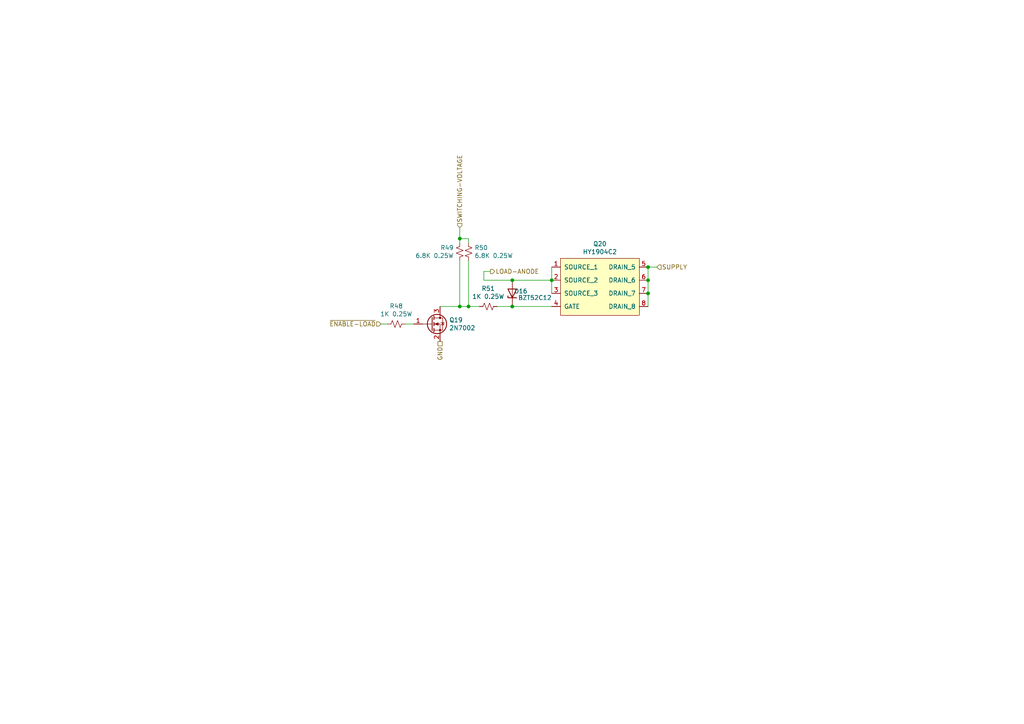
<source format=kicad_sch>
(kicad_sch (version 20231120) (generator "eeschema") (generator_version "8.0")
  (paper "A4")
  (lib_symbols
    (symbol "Device:R_Small_US" (pin_numbers hide) (pin_names (offset 0.254) hide)
      (property "Reference" "R" (at 0.762 0.508 0))
      (property "Value" "R_Small_US" (at 0.762 -1.016 0))
      (symbol "R_Small_US_1_1"
        (polyline (pts (xy 0 0) (xy 1.016 -0.381) (xy 0 -0.762) (xy -1.016 -1.143) (xy 0 -1.524)))
        (polyline (pts (xy 0 1.524) (xy 1.016 1.143) (xy 0 0.762) (xy -1.016 0.381) (xy 0 0)))
        (pin passive line (at 0 2.54 270) (length 1.016) (name "~") (number "1"))
        (pin passive line (at 0 -2.54 90) (length 1.016) (name "~") (number "2"))
      )
    )
    (symbol "Diode:BZT52Bxx" (pin_numbers hide) (pin_names hide)
      (property "Reference" "D" (at 0 2.54 0))
      (property "Value" "BZT52Bxx" (at 0 -2.54 0))
      (symbol "BZT52Bxx_0_1"
        (polyline (pts (xy 1.27 0) (xy -1.27 0)))
        (polyline (pts (xy -1.27 -1.27) (xy -1.27 1.27) (xy -0.762 1.27)) (stroke (width 0.254)))
        (polyline (pts (xy 1.27 -1.27) (xy 1.27 1.27) (xy -1.27 0) (xy 1.27 -1.27)) (stroke (width 0.254)))
      )
      (symbol "BZT52Bxx_1_1"
        (pin passive line (at -3.81 0 0) (length 2.54) (name "K") (number "1"))
        (pin passive line (at 3.81 0 180) (length 2.54) (name "A") (number "2"))
      )
    )
    (symbol "Transistor_FET:2N7002" (pin_names hide)
      (property "Reference" "Q" (at 5.08 1.905 0))
      (property "Value" "2N7002" (at 5.08 0 0))
      (symbol "2N7002_0_1"
        (polyline (pts (xy 0.254 0) (xy -2.54 0)))
        (polyline (pts (xy 0.254 1.905) (xy 0.254 -1.905)) (stroke (width 0.254)))
        (polyline (pts (xy 0.762 -1.27) (xy 0.762 -2.286)) (stroke (width 0.254)))
        (polyline (pts (xy 0.762 0.508) (xy 0.762 -0.508)) (stroke (width 0.254)))
        (polyline (pts (xy 0.762 2.286) (xy 0.762 1.27)) (stroke (width 0.254)))
        (polyline (pts (xy 2.54 2.54) (xy 2.54 1.778)))
        (polyline (pts (xy 2.54 -2.54) (xy 2.54 0) (xy 0.762 0)))
        (polyline (pts (xy 0.762 -1.778) (xy 3.302 -1.778) (xy 3.302 1.778) (xy 0.762 1.778)))
        (polyline (pts (xy 1.016 0) (xy 2.032 0.381) (xy 2.032 -0.381) (xy 1.016 0)) (fill (type outline)))
        (polyline (pts (xy 2.794 0.508) (xy 2.921 0.381) (xy 3.683 0.381) (xy 3.81 0.254)))
        (polyline (pts (xy 3.302 0.381) (xy 2.921 -0.254) (xy 3.683 -0.254) (xy 3.302 0.381)))
        (circle (center 1.651 0) (radius 2.794) (stroke (width 0.254)))
        (circle (center 2.54 -1.778) (radius 0.254) (fill (type outline)))
        (circle (center 2.54 1.778) (radius 0.254) (fill (type outline)))
      )
      (symbol "2N7002_1_1"
        (pin input line (at -5.08 0 0) (length 2.54) (name "G") (number "1"))
        (pin passive line (at 2.54 -5.08 90) (length 2.54) (name "S") (number "2"))
        (pin passive line (at 2.54 5.08 270) (length 2.54) (name "D") (number "3"))
      )
    )
    (symbol "kicad-parts:HY1904C2" (pin_names (offset 1.016))
      (property "Reference" "Q" (at 0 -5.08 0))
      (property "Value" "HY1904C2" (at 0 -7.62 0))
      (symbol "HY1904C2_0_1"
        (rectangle (start -11.43 13.97) (end 11.43 -2.54) (fill (type background)))
      )
      (symbol "HY1904C2_1_1"
        (pin passive line (at -13.97 11.43 0) (length 2.54) (name "SOURCE_1") (number "1"))
        (pin passive line (at -13.97 7.62 0) (length 2.54) (name "SOURCE_2") (number "2"))
        (pin passive line (at -13.97 3.81 0) (length 2.54) (name "SOURCE_3") (number "3"))
        (pin input line (at -13.97 0 0) (length 2.54) (name "GATE") (number "4"))
        (pin input line (at 13.97 11.43 180) (length 2.54) (name "DRAIN_5") (number "5"))
        (pin input line (at 13.97 7.62 180) (length 2.54) (name "DRAIN_6") (number "6"))
        (pin input line (at 13.97 3.81 180) (length 2.54) (name "DRAIN_7") (number "7"))
        (pin input line (at 13.97 0 180) (length 2.54) (name "DRAIN_8") (number "8"))
      )
    )
  )
  (junction (at 187.96 81.28))
  (junction (at 148.59 81.28))
  (junction (at 160.02 81.28))
  (junction (at 135.89 88.9))
  (junction (at 187.96 77.47))
  (junction (at 187.96 85.09))
  (junction (at 148.59 88.9))
  (junction (at 133.35 69.215))
  (junction (at 133.35 88.9))
  (wire (pts (xy 140.335 81.28) (xy 140.335 78.74)))
  (wire (pts (xy 135.89 69.215) (xy 133.35 69.215)))
  (wire (pts (xy 133.35 75.565) (xy 133.35 88.9)))
  (wire (pts (xy 135.89 75.565) (xy 135.89 88.9)))
  (wire (pts (xy 135.89 70.485) (xy 135.89 69.215)))
  (wire (pts (xy 133.35 70.485) (xy 133.35 69.215)))
  (wire (pts (xy 187.96 77.47) (xy 190.5 77.47)))
  (wire (pts (xy 160.02 77.47) (xy 160.02 81.28)))
  (wire (pts (xy 133.35 88.9) (xy 135.89 88.9)))
  (wire (pts (xy 117.475 93.98) (xy 120.015 93.98)))
  (wire (pts (xy 110.49 93.98) (xy 112.395 93.98)))
  (wire (pts (xy 135.89 88.9) (xy 139.065 88.9)))
  (wire (pts (xy 133.35 66.04) (xy 133.35 69.215)))
  (wire (pts (xy 160.02 81.28) (xy 160.02 85.09)))
  (wire (pts (xy 187.96 81.28) (xy 187.96 85.09)))
  (wire (pts (xy 187.96 85.09) (xy 187.96 88.9)))
  (wire (pts (xy 127.635 88.9) (xy 133.35 88.9)))
  (wire (pts (xy 148.59 88.9) (xy 144.145 88.9)))
  (wire (pts (xy 140.335 81.28) (xy 148.59 81.28)))
  (wire (pts (xy 148.59 81.28) (xy 160.02 81.28)))
  (wire (pts (xy 148.59 88.9) (xy 160.02 88.9)))
  (wire (pts (xy 140.335 78.74) (xy 142.24 78.74)))
  (wire (pts (xy 187.96 77.47) (xy 187.96 81.28)))
  (hierarchical_label "SUPPLY" (shape input) (at 190.5 77.47 0))
  (hierarchical_label "~{ENABLE-LOAD}" (shape input) (at 110.49 93.98 180))
  (hierarchical_label "GND" (shape passive) (at 127.635 99.06 270))
  (hierarchical_label "LOAD-ANODE" (shape output) (at 142.24 78.74 0))
  (hierarchical_label "SWITCHING-VOLTAGE" (shape input) (at 133.35 66.04 90))
  (symbol (lib_id "kicad-parts:HY1904C2") (at 173.99 88.9 0) (unit 1)
    (property "Reference" "Q20" (at 173.99 70.739 0))
    (property "Value" "HY1904C2" (at 173.99 73.0504 0))
    (property "Footprint" "kicad-parts:HY1904C2" (effects (hide yes)))
    (property "Datasheet" "https://datasheet.lcsc.com/szlcsc/1910111742_HUAYI-HY1904C2_C358116.pdf" (effects (hide yes)))
    (property "Description" "Single N-Channel Enhancement Mode MOSFET 40V/65A" (effects (hide yes)))
    (property "LCSC Part #" "C358116" (effects (hide yes)))
    (instances (project "adxi" (path "" (reference "Q20") (unit 1)) (path "" (reference "Q14") (unit 1)) (path "" (reference "Q16") (unit 1)) (path "" (reference "Q10") (unit 1)) (path "" (reference "Q22") (unit 1)) (path "" (reference "Q12") (unit 1)) (path "" (reference "Q6") (unit 1)) (path "" (reference "Q4") (unit 1)) (path "" (reference "Q64") (unit 1)) (path "" (reference "Q8") (unit 1)) (path "" (reference "Q24") (unit 1)) (path "" (reference "Q18") (unit 1)) (path "" (reference "Q26") (unit 1))))
  )
  (symbol (lib_id "Diode:BZT52Bxx") (at 148.59 85.09 90) (unit 1)
    (property "Reference" "D16" (at 153.035 84.455 90) (effects (justify left)))
    (property "Value" "BZT52C12" (at 160.02 86.36 90) (effects (justify left)))
    (property "Footprint" "Diode_SMD:D_SOD-123" (effects (hide yes)))
    (property "Datasheet" "https://datasheet.lcsc.com/lcsc/1810122016_MDD-Microdiode-Electronics--BZT52C12_C173429.pdf" (effects (hide yes)))
    (property "LCSC Part #" "C173429" (effects (hide yes)))
    (property "MPN" "BZT52C12" (effects (hide yes)))
    (property "Manufacturer" "MDD" (effects (hide yes)))
    (instances (project "adxi" (path "" (reference "D16") (unit 1)) (path "" (reference "D13") (unit 1)) (path "" (reference "D14") (unit 1)) (path "" (reference "D11") (unit 1)) (path "" (reference "D17") (unit 1)) (path "" (reference "D12") (unit 1)) (path "" (reference "D9") (unit 1)) (path "" (reference "D8") (unit 1)) (path "" (reference "D98") (unit 1)) (path "" (reference "D10") (unit 1)) (path "" (reference "D18") (unit 1)) (path "" (reference "D15") (unit 1)) (path "" (reference "D19") (unit 1))))
  )
  (symbol (lib_id "Device:R_Small_US") (at 114.935 93.98 270) (unit 1)
    (property "Reference" "R48" (at 114.935 88.773 90))
    (property "Value" "1K 0.25W" (at 114.935 91.0844 90))
    (property "Footprint" "Resistor_SMD:R_1206_3216Metric" (effects (hide yes)))
    (property "Datasheet" "https://datasheet.lcsc.com/lcsc/2110251730_UNI-ROYAL-Uniroyal-Elec-1206W4F1001T5_C4410.pdf" (effects (hide yes)))
    (property "LCSC Part #" "C4410" (effects (hide yes)))
    (property "MPN" "1206W4F1001T5" (effects (hide yes)))
    (property "Manufacturer" "Uniroyal" (effects (hide yes)))
    (instances (project "adxi" (path "" (reference "R48") (unit 1)) (path "" (reference "R36") (unit 1)) (path "" (reference "R40") (unit 1)) (path "" (reference "R28") (unit 1)) (path "" (reference "R52") (unit 1)) (path "" (reference "R32") (unit 1)) (path "" (reference "R20") (unit 1)) (path "" (reference "R16") (unit 1)) (path "" (reference "R136") (unit 1)) (path "" (reference "R24") (unit 1)) (path "" (reference "R56") (unit 1)) (path "" (reference "R44") (unit 1)) (path "" (reference "R60") (unit 1))))
  )
  (symbol (lib_id "Transistor_FET:2N7002") (at 125.095 93.98 0) (unit 1)
    (property "Reference" "Q19" (at 130.2766 92.8116 0) (effects (justify left)))
    (property "Value" "2N7002" (at 130.2766 95.123 0) (effects (justify left)))
    (property "Footprint" "Package_TO_SOT_SMD:SOT-23" (effects (hide yes)))
    (property "Datasheet" "https://www.onsemi.com/pub/Collateral/NDS7002A-D.PDF" (effects (hide yes)))
    (instances (project "adxi" (path "" (reference "Q19") (unit 1)) (path "" (reference "Q13") (unit 1)) (path "" (reference "Q15") (unit 1)) (path "" (reference "Q9") (unit 1)) (path "" (reference "Q21") (unit 1)) (path "" (reference "Q11") (unit 1)) (path "" (reference "Q5") (unit 1)) (path "" (reference "Q3") (unit 1)) (path "" (reference "Q63") (unit 1)) (path "" (reference "Q7") (unit 1)) (path "" (reference "Q23") (unit 1)) (path "" (reference "Q17") (unit 1)) (path "" (reference "Q25") (unit 1))))
  )
  (symbol (lib_id "Device:R_Small_US") (at 135.89 73.025 180) (unit 1)
    (property "Reference" "R50" (at 137.6172 71.8566 0) (effects (justify right)))
    (property "Value" "6.8K 0.25W" (at 137.6172 74.168 0) (effects (justify right)))
    (property "Footprint" "Resistor_SMD:R_1206_3216Metric" (effects (hide yes)))
    (property "Datasheet" "https://datasheet.lcsc.com/lcsc/2110260130_UNI-ROYAL-Uniroyal-Elec-1206W4F6801T5E_C26034.pdf" (effects (hide yes)))
    (property "LCSC Part #" "C26034" (effects (hide yes)))
    (property "MPN" "1206W4F6801T5E" (effects (hide yes)))
    (property "Manufacturer" "Uniroyal" (effects (hide yes)))
    (instances (project "adxi" (path "" (reference "R50") (unit 1)) (path "" (reference "R38") (unit 1)) (path "" (reference "R42") (unit 1)) (path "" (reference "R30") (unit 1)) (path "" (reference "R54") (unit 1)) (path "" (reference "R34") (unit 1)) (path "" (reference "R22") (unit 1)) (path "" (reference "R18") (unit 1)) (path "" (reference "R138") (unit 1)) (path "" (reference "R26") (unit 1)) (path "" (reference "R58") (unit 1)) (path "" (reference "R46") (unit 1)) (path "" (reference "R62") (unit 1))))
  )
  (symbol (lib_id "Device:R_Small_US") (at 133.35 73.025 0) (mirror x) (unit 1)
    (property "Reference" "R49" (at 131.6228 71.8566 0) (effects (justify right)))
    (property "Value" "6.8K 0.25W" (at 131.6228 74.168 0) (effects (justify right)))
    (property "Footprint" "Resistor_SMD:R_1206_3216Metric" (effects (hide yes)))
    (property "Datasheet" "https://datasheet.lcsc.com/lcsc/2110260130_UNI-ROYAL-Uniroyal-Elec-1206W4F6801T5E_C26034.pdf" (effects (hide yes)))
    (property "LCSC Part #" "C26034" (effects (hide yes)))
    (property "MPN" "1206W4F6801T5E" (effects (hide yes)))
    (property "Manufacturer" "Uniroyal" (effects (hide yes)))
    (instances (project "adxi" (path "" (reference "R49") (unit 1)) (path "" (reference "R37") (unit 1)) (path "" (reference "R41") (unit 1)) (path "" (reference "R29") (unit 1)) (path "" (reference "R53") (unit 1)) (path "" (reference "R33") (unit 1)) (path "" (reference "R21") (unit 1)) (path "" (reference "R17") (unit 1)) (path "" (reference "R137") (unit 1)) (path "" (reference "R25") (unit 1)) (path "" (reference "R57") (unit 1)) (path "" (reference "R45") (unit 1)) (path "" (reference "R61") (unit 1))))
  )
  (symbol (lib_id "Device:R_Small_US") (at 141.605 88.9 270) (unit 1)
    (property "Reference" "R51" (at 141.605 83.693 90))
    (property "Value" "1K 0.25W" (at 141.605 86.0044 90))
    (property "Footprint" "Resistor_SMD:R_1206_3216Metric" (effects (hide yes)))
    (property "Datasheet" "https://datasheet.lcsc.com/lcsc/2110251730_UNI-ROYAL-Uniroyal-Elec-1206W4F1001T5_C4410.pdf" (effects (hide yes)))
    (property "LCSC Part #" "C4410" (effects (hide yes)))
    (property "MPN" "1206W4F1001T5" (effects (hide yes)))
    (property "Manufacturer" "Uniroyal" (effects (hide yes)))
    (instances (project "adxi" (path "" (reference "R51") (unit 1)) (path "" (reference "R39") (unit 1)) (path "" (reference "R43") (unit 1)) (path "" (reference "R31") (unit 1)) (path "" (reference "R55") (unit 1)) (path "" (reference "R35") (unit 1)) (path "" (reference "R23") (unit 1)) (path "" (reference "R19") (unit 1)) (path "" (reference "R139") (unit 1)) (path "" (reference "R27") (unit 1)) (path "" (reference "R59") (unit 1)) (path "" (reference "R47") (unit 1)) (path "" (reference "R63") (unit 1))))
  )
)
</source>
